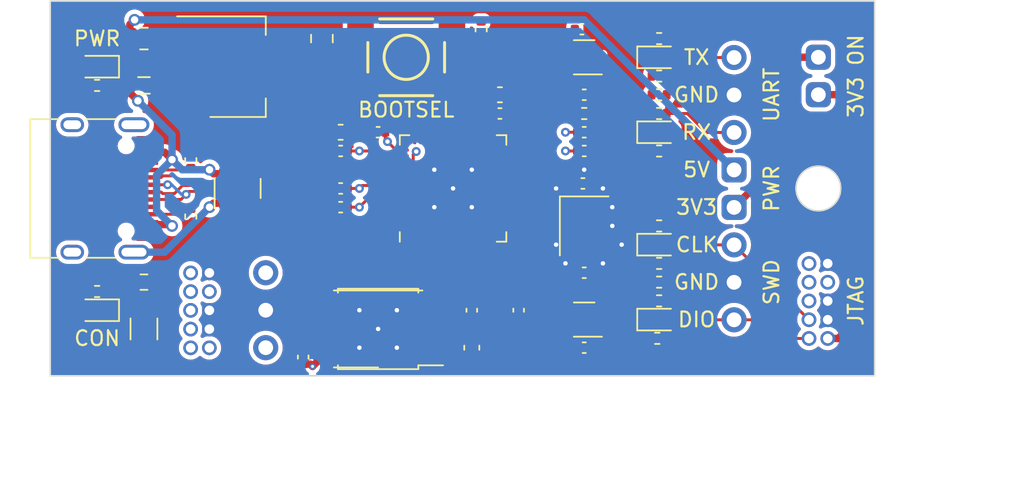
<source format=kicad_pcb>
(kicad_pcb (version 20221018) (generator pcbnew)
  (title_block (title "RP2040-DebugProbe-0010") (date "2023-12-05") (rev "1.0") (company "(c) 2023 Andriy Golovnya") (comment 1 "RP2040 based Debug Probe") (comment 2 "Designed in Germany"))
  (layers (0 "F.Cu" signal) (31 "B.Cu" signal) (34 "B.Paste" user) (35 "F.Paste" user) (36 "B.SilkS" user "B.Silkscreen") (37 "F.SilkS" user "F.Silkscreen") (38 "B.Mask" user) (39 "F.Mask" user) (44 "Edge.Cuts" user))
  (net 0 "")
  (net 1 "+3V3")
  (net 2 "GND")
  (net 3 "+1V1")
  (net 4 "MCU_RESET")
  (net 5 "VUSB")
  (net 6 "XIN")
  (net 7 "XOUT")
  (net 8 "SHIELD")
  (net 9 "Net-(D1-A)")
  (net 10 "Net-(D2-A)")
  (net 11 "USB_DP")
  (net 12 "USB_DN")
  (net 13 "VBUS")
  (net 14 "Net-(D4-A)")
  (net 15 "Net-(D5-A)")
  (net 16 "Net-(D6-A)")
  (net 17 "Net-(D7-A)")
  (net 18 "MCU_DIO")
  (net 19 "MCU_CLK")
  (net 23 "MCU_TX")
  (net 24 "MCU_RX")
  (net 25 "TARGET_TX")
  (net 26 "TARGET_RX")
  (net 27 "TARGET_CLK")
  (net 28 "TARGET_DIO")
  (net 29 "TARGET_3V3")
  (net 34 "Net-(J10-CC1)")
  (net 36 "Net-(J10-CC2)")
  (net 38 "LED_RX")
  (net 39 "LED_TX")
  (net 40 "LED_ACT")
  (net 41 "LED_CON")
  (net 42 "LED_RUN")
  (net 43 "Net-(R7-Pad1)")
  (net 44 "Net-(U3-A)")
  (net 45 "Net-(U6-A)")
  (net 46 "UART_RX")
  (net 47 "UART_TX")
  (net 48 "DBG_DIO")
  (net 49 "DBG_CLK")
  (net 50 "QSPI_SS")
  (net 51 "QSPI_SD1")
  (net 52 "QSPI_SD2")
  (net 53 "QSPI_SD0")
  (net 54 "QSPI_SCLK")
  (net 55 "QSPI_SD3")
  (net 57 "UART_RX_BUF")
  (net 61 "DBG_DIO_BUF")
  (footprint "Resistor_SMD:R_0402_1005Metric" (layer "F.Cu") (at 168.275 115.57 180)
    (fp_text reference "R13" hide)
    (fp_text value "100R")
  )
  (footprint "LED_SMD:LED_0603_1608Metric" (layer "F.Cu") (at 168.275 116.84)
    (fp_text reference "D7" hide)
    (fp_text value "YELLOW")
  )
  (footprint "Capacitor_SMD:C_0402_1005Metric" (layer "F.Cu") (at 157.48 102.87)
    (fp_text reference "C4" hide)
    (fp_text value "100nF")
  )
  (footprint "Capacitor_SMD:C_0603_1608Metric" (layer "F.Cu") (at 146.685 104.14 180)
    (fp_text reference "C5" hide)
    (fp_text value "2.2uF")
  )
  (footprint "Capacitor_SMD:C_0402_1005Metric" (layer "F.Cu") (at 163.195 105.41)
    (fp_text reference "C11" hide)
    (fp_text value "100nF")
  )
  (footprint "Inductor_SMD:L_0805_2012Metric" (layer "F.Cu") (at 133.35 100.965)
    (fp_text reference "FB2" hide)
    (fp_text value "100@100MHz")
  )
  (footprint "Package_TO_SOT_SMD:SOT-353_SC-70-5" (layer "F.Cu") (at 163.195 99.06 180)
    (fp_text reference "U3" hide)
    (fp_text value "74AUP1T17")
  )
  (footprint "Capacitor_SMD:C_0402_1005Metric" (layer "F.Cu") (at 146.685 109.22 180)
    (fp_text reference "C9" hide)
    (fp_text value "100nF")
  )
  (footprint "Capacitor_SMD:C_0402_1005Metric" (layer "F.Cu") (at 155.575 116.205 -90)
    (fp_text reference "C3" hide)
    (fp_text value "100nF")
  )
  (footprint "Resistor_SMD:R_0402_1005Metric" (layer "F.Cu") (at 168.275 100.33 180)
    (fp_text reference "R15" hide)
    (fp_text value "100R")
  )
  (footprint "Package_TO_SOT_SMD:SOT-353_SC-70-5" (layer "F.Cu") (at 163.195 116.84 180)
    (fp_text reference "U6" hide)
    (fp_text value "74AUP1T17")
  )
  (footprint "LED_SMD:LED_0603_1608Metric" (layer "F.Cu") (at 130.175 99.695 180)
    (fp_text reference "D2" hide)
    (fp_text value "RED")
  )
  (footprint "Capacitor_SMD:C_0402_1005Metric" (layer "F.Cu") (at 163.04 97.155)
    (fp_text reference "C17" hide)
    (fp_text value "100nF")
  )
  (footprint "Resistor_SMD:R_0402_1005Metric" (layer "F.Cu") (at 136.525 109.855 -90)
    (fp_text reference "R11" hide)
    (fp_text value "5k1")
  )
  (footprint "Capacitor_SMD:C_0402_1005Metric" (layer "F.Cu") (at 146.685 105.41 180)
    (fp_text reference "C7" hide)
    (fp_text value "100nF")
  )
  (footprint "Resistor_SMD:R_0402_1005Metric" (layer "F.Cu") (at 168.275 114.3 180)
    (fp_text reference "R16" hide)
    (fp_text value "100R")
  )
  (footprint "Connector_PinHeader_1.27mm:PinHeader_2x05_P1.27mm_Vertical" (layer "F.Cu") (at 137.785 118.755 180)
    (fp_text reference "J1" hide)
    (fp_text value "CONN_MCU_JTAG")
  )
  (footprint "Capacitor_SMD:C_0603_1608Metric" (layer "F.Cu") (at 157.48 101.6)
    (fp_text reference "C1" hide)
    (fp_text value "2.2uF")
  )
  (footprint "Capacitor_SMD:C_0402_1005Metric" (layer "F.Cu") (at 163.107 107.612)
    (fp_text reference "C20" hide)
    (fp_text value "12pF")
  )
  (footprint "Package_DFN_QFN:QFN-56-1EP_7x7mm_P0.4mm_EP3.2x3.2mm" (layer "F.Cu") (at 154.305 107.95 90)
    (fp_text reference "U2" hide)
    (fp_text value "RP2040")
  )
  (footprint "Resistor_SMD:R_0402_1005Metric" (layer "F.Cu") (at 130.175 114.935 180)
    (fp_text reference "R3" hide)
    (fp_text value "1k")
  )
  (footprint "Capacitor_SMD:C_0402_1005Metric" (layer "F.Cu") (at 163.195 101.6)
    (fp_text reference "C12" hide)
    (fp_text value "100nF")
  )
  (footprint "Resistor_SMD:R_0402_1005Metric" (layer "F.Cu") (at 156.21 97.155 -90)
    (fp_text reference "R7" hide)
    (fp_text value "1k")
  )
  (footprint "Capacitor_SMD:C_0402_1005Metric" (layer "F.Cu") (at 163.195 113.665 180)
    (fp_text reference "C19" hide)
    (fp_text value "12pF")
  )
  (footprint "Connector_PinHeader_2.54mm:PinHeader_1x02_P2.54mm_Vertical" (layer "F.Cu") (at 179.07 99.055)
    (fp_text reference "J4" hide)
    (fp_text value "CONN_3V3_JUMPER")
  )
  (footprint "Capacitor_SMD:C_1206_3216Metric" (layer "F.Cu") (at 133.35 117.475 -90)
    (fp_text reference "C21" hide)
    (fp_text value "4.7nF 1kV")
  )
  (footprint "Capacitor_SMD:C_0402_1005Metric" (layer "F.Cu") (at 163.195 118.745)
    (fp_text reference "C13" hide)
    (fp_text value "100nF")
  )
  (footprint "Capacitor_SMD:C_0805_2012Metric" (layer "F.Cu") (at 145.415 97.79 90)
    (fp_text reference "C14" hide)
    (fp_text value "10uF")
  )
  (footprint "Resistor_SMD:R_0402_1005Metric" (layer "F.Cu") (at 168.15 118.11)
    (fp_text reference "R5" hide)
    (fp_text value "1k")
  )
  (footprint "Resistor_SMD:R_0402_1005Metric" (layer "F.Cu") (at 168.275 113.03 180)
    (fp_text reference "R17" hide)
    (fp_text value "100R")
  )
  (footprint "Connector_PinHeader_1.27mm:PinHeader_2x05_P1.27mm_Vertical" (layer "F.Cu") (at 179.705 118.12 180)
    (fp_text reference "J7" hide)
    (fp_text value "CONN_DBG_JTAG")
  )
  (footprint "Capacitor_SMD:C_0402_1005Metric" (layer "F.Cu") (at 163.195 104.14)
    (fp_text reference "C18" hide)
    (fp_text value "100nF")
  )
  (footprint "Resistor_SMD:R_0402_1005Metric" (layer "F.Cu") (at 168.275 105.41)
    (fp_text reference "R1" hide)
    (fp_text value "1k")
  )
  (footprint "Package_TO_SOT_SMD:SOT-143" (layer "F.Cu") (at 139.7 107.95 90)
    (fp_text reference "D3" hide)
    (fp_text value "PRTR5V0U2X")
  )
  (footprint "Capacitor_SMD:C_0603_1608Metric" (layer "F.Cu") (at 155.575 118.745 90)
    (fp_text reference "C16" hide)
    (fp_text value "2.2uF")
  )
  (footprint "Resistor_SMD:R_0402_1005Metric" (layer "F.Cu") (at 130.175 100.965 180)
    (fp_text reference "R6" hide)
    (fp_text value "1k")
  )
  (footprint "PCM_4ms_Switch:Button_Tact_Sqkg" (layer "F.Cu") (at 151.13 99.06 180)
    (fp_text reference "SW1" hide)
    (fp_text value "BOOTSEL")
  )
  (footprint "Resistor_SMD:R_0402_1005Metric" (layer "F.Cu") (at 168.275 110.49)
    (fp_text reference "R4" hide)
    (fp_text value "1k")
  )
  (footprint "LED_SMD:LED_0603_1608Metric" (layer "F.Cu") (at 168.275 104.14)
    (fp_text reference "D1" hide)
    (fp_text value "GREEN")
  )
  (footprint "LED_SMD:LED_0603_1608Metric" (layer "F.Cu") (at 168.275 99.06)
    (fp_text reference "D4" hide)
    (fp_text value "YELLOW")
  )
  (footprint "Connector_USB:USB_C_Receptacle_HRO_TYPE-C-31-M-12" (layer "F.Cu") (at 129.54 107.95 -90)
    (fp_text reference "J10" hide)
    (fp_text value "CONN_USB")
  )
  (footprint "LED_SMD:LED_0603_1608Metric" (layer "F.Cu") (at 130.175 116.205 180)
    (fp_text reference "D5" hide)
    (fp_text value "RED")
  )
  (footprint "Crystal:Crystal_SMD_3225-4Pin_3.2x2.5mm" (layer "F.Cu") (at 163.195 110.49 -90)
    (fp_text reference "Y1" hide)
    (fp_text value "12MHz")
  )
  (footprint "Package_SO:SOIC-8_5.23x5.23mm_P1.27mm" (layer "F.Cu") (at 149.225 117.475 180)
    (fp_text reference "U1" hide)
    (fp_text value "W25Q128JVS")
  )
  (footprint "Package_TO_SOT_SMD:SOT-223-3_TabPin2" (layer "F.Cu") (at 139.7 99.695)
    (fp_text reference "U5" hide)
    (fp_text value "AMS1117-3.3")
  )
  (footprint "Connector_PinHeader_2.54mm:PinHeader_1x08_P2.54mm_Vertical" (layer "F.Cu") (at 173.355 99.075)
    (fp_text reference "J3" hide)
    (fp_text value "CONN_DBG_COMB")
  )
  (footprint "Capacitor_SMD:C_0402_1005Metric" (layer "F.Cu") (at 144.145 119.38 90)
    (fp_text reference "C2" hide)
    (fp_text value "100nF")
  )
  (footprint "Connector_PinHeader_2.54mm:PinHeader_1x03_P2.54mm_Vertical" (layer "F.Cu") (at 141.605 113.665)
    (fp_text reference "J2" hide)
    (fp_text value "CONN_MCU_UART")
  )
  (footprint "Capacitor_SMD:C_0402_1005Metric" (layer "F.Cu") (at 149.225 104.14 180)
    (fp_text reference "C6" hide)
    (fp_text value "100nF")
  )
  (footprint "Resistor_SMD:R_0402_1005Metric" (layer "F.Cu") (at 168.275 97.79)
    (fp_text reference "R2" hide)
    (fp_text value "1k")
  )
  (footprint "Package_SON:WSON-8-1EP_6x5mm_P1.27mm_EP3.4x4.3mm" (layer "F.Cu") (at 149.225 117.475 180)
    (fp_text reference "U4" hide)
    (fp_text value "W25Q128JVEIQ")
  )
  (footprint "Resistor_SMD:R_0402_1005Metric" (layer "F.Cu") (at 168.275 101.6 180)
    (fp_text reference "R9" hide)
    (fp_text value "100R")
  )
  (footprint "Capacitor_SMD:C_0402_1005Metric" (layer "F.Cu") (at 158.75 116.205 -90)
    (fp_text reference "C10" hide)
    (fp_text value "100nF")
  )
  (footprint "Resistor_SMD:R_0402_1005Metric" (layer "F.Cu") (at 163.195 102.87)
    (fp_text reference "R8" hide)
    (fp_text value "10k")
  )
  (footprint "Capacitor_SMD:C_0805_2012Metric" (layer "F.Cu") (at 133.35 97.79)
    (fp_text reference "C15" hide)
    (fp_text value "10uF")
  )
  (footprint "Capacitor_SMD:C_0402_1005Metric" (layer "F.Cu") (at 146.685 107.95 180)
    (fp_text reference "C8" hide)
    (fp_text value "100nF")
  )
  (footprint "LED_SMD:LED_0603_1608Metric" (layer "F.Cu") (at 168.275 111.76)
    (fp_text reference "D6" hide)
    (fp_text value "GREEN")
  )
  (footprint "Resistor_SMD:R_0402_1005Metric" (layer "F.Cu") (at 168.275 102.87 180)
    (fp_text reference "R14" hide)
    (fp_text value "100R")
  )
  (footprint "Resistor_SMD:R_0402_1005Metric" (layer "F.Cu") (at 136.525 106.045 90)
    (fp_text reference "R10" hide)
    (fp_text value "5k1")
  )
  (footprint "Resistor_SMD:R_0603_1608Metric" (layer "F.Cu") (at 133.35 114.3)
    (fp_text reference "R12" hide)
    (fp_text value "1M")
  )
  (gr_circle (center 179.07 107.95) (end 180.59 107.95) (stroke (width 0.1)) (fill none) (layer "Edge.Cuts"))
  (gr_line (start 182.88 95.25) (end 127 95.25) (stroke (width 0.1)) (layer "Edge.Cuts"))
  (gr_line (start 182.88 120.65) (end 182.88 95.25) (stroke (width 0.1)) (layer "Edge.Cuts"))
  (gr_line (start 127 120.65) (end 182.88 120.65) (stroke (width 0.1)) (layer "Edge.Cuts"))
  (gr_line (start 127 95.25) (end 127 120.65) (stroke (width 0.1)) (layer "Edge.Cuts"))
  (gr_text "3V3 ON" (at 181.61 100.33 90) (layer "F.SilkS") (effects (font (size 1 1))))
  (gr_text "TX" (at 170.815 99.06) (layer "F.SilkS") (effects (font (size 1 1))))
  (gr_text "5V" (at 170.815 106.68) (layer "F.SilkS") (effects (font (size 1 1))))
  (gr_text "RX" (at 170.815 104.14) (layer "F.SilkS") (effects (font (size 1 1))))
  (gr_text "UART" (at 175.895 101.6 90) (layer "F.SilkS") (effects (font (size 1 1))))
  (gr_text "3V3" (at 170.815 109.22) (layer "F.SilkS") (effects (font (size 1 1))))
  (gr_text "PWR" (at 175.895 107.95 90) (layer "F.SilkS") (effects (font (size 1 1))))
  (gr_text "PWR" (at 130.175 97.79) (layer "F.SilkS") (effects (font (size 1 1))))
  (gr_text "JTAG" (at 181.61 115.57 90) (layer "F.SilkS") (effects (font (size 1 1))))
  (gr_text "CLK" (at 170.815 111.76) (layer "F.SilkS") (effects (font (size 1 1))))
  (gr_text "CON" (at 130.175 118.11) (layer "F.SilkS") (effects (font (size 1 1))))
  (gr_text "SWD" (at 175.895 114.3 90) (layer "F.SilkS") (effects (font (size 1 1))))
  (gr_text "GND" (at 170.815 114.3) (layer "F.SilkS") (effects (font (size 1 1))))
  (gr_text "GND" (at 170.815 101.6) (layer "F.SilkS") (effects (font (size 1 1))))
  (gr_text "DIO" (at 170.815 116.84) (layer "F.SilkS") (effects (font (size 1 1))))
  (segment (start 151.705 104.5125) (end 150.8675 105.35) (width 0.2) (layer "F.Cu") (net 1))
  (segment (start 136.55 99.695) (end 142.85 99.695) (width 0.5) (layer "F.Cu") (net 1))
  (segment (start 146.375 120.13) (end 145.625 119.38) (width 0.5) (layer "F.Cu") (net 1))
  (segment (start 149.705 104.14) (end 149.705 104.62) (width 0.2) (layer "F.Cu") (net 1))
  (segment (start 144.625 119.86) (end 144.78 120.015) (width 0.5) (layer "F.Cu") (net 1))
  (segment (start 150.8675 105.75) (end 150.8675 105.35) (width 0.2) (layer "F.Cu") (net 1))
  (segment (start 175.26 107.33) (end 175.26 101.6) (width 0.5) (layer "F.Cu") (net 1))
  (segment (start 145.415 98.74) (end 143.805 98.74) (width 0.5) (layer "F.Cu") (net 1))
  (segment (start 162.715 105.41) (end 161.925 105.41) (width 0.2) (layer "F.Cu") (net 1))
  (segment (start 150.8675 105.35) (end 150.435 105.35) (width 0.2) (layer "F.Cu") (net 1))
  (segment (start 145.415 119.38) (end 144.78 120.015) (width 0.5) (layer "F.Cu") (net 1))
  (segment (start 155.575 119.52) (end 154.965 120.13) (width 0.5) (layer "F.Cu") (net 1))
  (segment (start 177.805 99.055) (end 179.07 99.055) (width 0.5) (layer "F.Cu") (net 1))
  (segment (start 175.26 101.6) (end 177.805 99.055) (width 0.5) (layer "F.Cu") (net 1))
  (segment (start 150.8675 107.75) (end 148.155 107.75) (width 0.2) (layer "F.Cu") (net 1))
  (segment (start 150.435 105.35) (end 149.86 104.775) (width 0.2) (layer "F.Cu") (net 1))
  (segment (start 173.355 109.235) (end 175.26 107.33) (width 0.5) (layer "F.Cu") (net 1))
  (segment (start 148.155 107.75) (end 147.955 107.95) (width 0.2) (layer "F.Cu") (net 1))
  (segment (start 147.165 107.95) (end 147.955 107.95) (width 0.2) (layer "F.Cu") (net 1))
  (segment (start 143.805 98.74) (end 142.85 99.695) (width 0.5) (layer "F.Cu") (net 1))
  (segment (start 145.625 119.38) (end 145.415 119.38) (width 0.5) (layer "F.Cu") (net 1))
  (segment (start 143.385 100.23) (end 142.85 99.695) (width 0.5) (layer "F.Cu") (net 1))
  (segment (start 144.145 119.86) (end 144.625 119.86) (width 0.5) (layer "F.Cu") (net 1))
  (segment (start 149.705 104.62) (end 149.86 104.775) (width 0.2) (layer "F.Cu") (net 1))
  (segment (start 150.8675 107.75) (end 150.8675 107.35) (width 0.2) (layer "F.Cu") (net 1))
  (segment (start 154.965 120.13) (end 146.375 120.13) (width 0.5) (layer "F.Cu") (net 1))
  (via (at 147.955 107.95) (size 0.6) (drill 0.3) (layers "F.Cu" "B.Cu") (net 1))
  (via (at 144.78 120.015) (size 0.4) (drill 0.2) (layers "F.Cu" "B.Cu") (net 1))
  (via (at 161.925 105.41) (size 0.6) (drill 0.3) (layers "F.Cu" "B.Cu") (net 1))
  (via (at 149.86 104.775) (size 0.6) (drill 0.3) (layers "F.Cu" "B.Cu") (net 1))
  (segment (start 157.7425 108.95) (end 155.845 108.95) (width 0.2) (layer "F.Cu") (net 2))
  (segment (start 155.845 108.95) (end 155.575 109.22) (width 0.2) (layer "F.Cu") (net 2))
  (via (at 164.465 113.03) (size 0.6) (drill 0.3) (layers "F.Cu" "B.Cu") (net 2))
  (via (at 149.225 117.475) (size 0.6) (drill 0.3) (layers "F.Cu" "B.Cu") (net 2))
  (via (at 165.1 109.22) (size 0.6) (drill 0.3) (layers "F.Cu" "B.Cu") (net 2))
  (via (at 161.925 113.03) (size 0.6) (drill 0.3) (layers "F.Cu" "B.Cu") (net 2))
  (via (at 147.955 118.745) (size 0.6) (drill 0.3) (layers "F.Cu" "B.Cu") (net 2))
  (via (at 155.575 109.22) (size 0.6) (drill 0.3) (layers "F.Cu" "B.Cu") (net 2))
  (via (at 153.035 109.22) (size 0.6) (drill 0.3) (layers "F.Cu" "B.Cu") (net 2))
  (via (at 154.305 107.95) (size 0.6) (drill 0.3) (layers "F.Cu" "B.Cu") (net 2))
  (via (at 165.1 110.49) (size 0.6) (drill 0.3) (layers "F.Cu" "B.Cu") (net 2))
  (via (at 150.495 118.745) (size 0.6) (drill 0.3) (layers "F.Cu" "B.Cu") (net 2))
  (via (at 165.735 111.76) (size 0.6) (drill 0.3) (layers "F.Cu" "B.Cu") (net 2))
  (via (at 155.575 106.68) (size 0.6) (drill 0.3) (layers "F.Cu" "B.Cu") (net 2))
  (via (at 164.465 107.95) (size 0.6) (drill 0.3) (layers "F.Cu" "B.Cu") (net 2))
  (via (at 161.29 107.95) (size 0.6) (drill 0.3) (layers "F.Cu" "B.Cu") (net 2))
  (via (at 153.035 106.68) (size 0.6) (drill 0.3) (layers "F.Cu" "B.Cu") (net 2))
  (via (at 147.955 116.205) (size 0.6) (drill 0.3) (layers "F.Cu" "B.Cu") (net 2))
  (via (at 163.195 106.68) (size 0.6) (drill 0.3) (layers "F.Cu" "B.Cu") (net 2))
  (via (at 161.29 111.76) (size 0.6) (drill 0.3) (layers "F.Cu" "B.Cu") (net 2))
  (via (at 150.495 116.205) (size 0.6) (drill 0.3) (layers "F.Cu" "B.Cu") (net 2))
  (segment (start 150.8675 106.15) (end 149.965 106.15) (width 0.2) (layer "F.Cu") (net 3))
  (segment (start 149.025 108.15) (end 147.955 109.22) (width 0.2) (layer "F.Cu") (net 3))
  (segment (start 147.46 105.115) (end 147.165 105.41) (width 0.2) (layer "F.Cu") (net 3))
  (segment (start 150.8675 108.15) (end 149.025 108.15) (width 0.2) (layer "F.Cu") (net 3))
  (segment (start 162.715 104.14) (end 161.925 104.14) (width 0.2) (layer "F.Cu") (net 3))
  (segment (start 147.165 109.22) (end 147.955 109.22) (width 0.2) (layer "F.Cu") (net 3))
  (segment (start 149.225 105.41) (end 147.955 105.41) (width 0.2) (layer "F.Cu") (net 3))
  (segment (start 147.46 104.14) (end 147.46 105.115) (width 0.2) (layer "F.Cu") (net 3))
  (segment (start 147.165 105.41) (end 147.955 105.41) (width 0.2) (layer "F.Cu") (net 3))
  (segment (start 149.965 106.15) (end 149.225 105.41) (width 0.2) (layer "F.Cu") (net 3))
  (via (at 161.925 104.14) (size 0.6) (drill 0.3) (layers "F.Cu" "B.Cu") (net 3))
  (via (at 147.955 109.22) (size 0.6) (drill 0.3) (layers "F.Cu" "B.Cu") (net 3))
  (via (at 147.955 105.41) (size 0.6) (drill 0.3) (layers "F.Cu" "B.Cu") (net 3))
  (segment (start 135.4425 101.995) (end 134.4125 100.965) (width 0.5) (layer "F.Cu") (net 5))
  (segment (start 132.4 97.79) (end 132.4 96.835) (width 0.5) (layer "F.Cu") (net 5))
  (segment (start 132.4 97.79) (end 132.4 98.9525) (width 0.5) (layer "F.Cu") (net 5))
  (segment (start 132.4 98.9525) (end 134.4125 100.965) (width 0.5) (layer "F.Cu") (net 5))
  (segment (start 132.4 96.835) (end 132.715 96.52) (width 0.5) (layer "F.Cu") (net 5))
  (segment (start 136.55 101.995) (end 135.4425 101.995) (width 0.5) (layer "F.Cu") (net 5))
  (via (at 132.715 96.52) (size 0.8) (drill 0.5) (layers "F.Cu" "B.Cu") (net 5))
  (segment (start 132.715 96.52) (end 163.195 96.52) (width 0.5) (layer "B.Cu") (net 5))
  (segment (start 163.18 96.52) (end 173.355 106.695) (width 0.5) (layer "B.Cu") (net 5))
  (segment (start 138.065 108.95) (end 137.795 109.22) (width 0.5) (layer "F.Cu") (net 8))
  (segment (start 138.95 108.95) (end 138.065 108.95) (width 0.5) (layer "F.Cu") (net 8))
  (via (at 137.795 109.22) (size 0.8) (drill 0.5) (layers "F.Cu" "B.Cu") (net 8))
  (segment (start 134.745 112.27) (end 137.795 109.22) (width 0.5) (layer "B.Cu") (net 8))
  (segment (start 132.67 112.27) (end 134.745 112.27) (width 0.5) (layer "B.Cu") (net 8))
  (segment (start 169.0625 104.14) (end 169.0625 105.1325) (width 0.2) (layer "F.Cu") (net 9))
  (segment (start 169.0625 105.1325) (end 168.785 105.41) (width 0.2) (layer "F.Cu") (net 9))
  (segment (start 141.453636 108.15) (end 144.862844 108.15) (width 0.2) (layer "F.Cu") (net 11))
  (segment (start 134.953562 107.7) (end 133.585 107.7) (width 0.2) (layer "F.Cu") (net 11))
  (segment (start 140.65 108.95) (end 139.85 108.15) (width 0.2) (layer "F.Cu") (net 11))
  (segment (start 133.588025 108.696975) (end 133.585 108.7) (width 0.2) (layer "F.Cu") (net 11))
  (segment (start 139.85 108.15) (end 136.410822 108.15) (width 0.2) (layer "F.Cu") (net 11))
  (segment (start 144.862844 108.15) (end 146.062844 106.95) (width 0.2) (layer "F.Cu") (net 11))
  (segment (start 140.65 108.95) (end 140.653636 108.95) (width 0.2) (layer "F.Cu") (net 11))
  (segment (start 146.062844 106.95) (end 150.8675 106.95) (width 0.2) (layer "F.Cu") (net 11))
  (segment (start 140.653636 108.95) (end 141.453636 108.15) (width 0.2) (layer "F.Cu") (net 11))
  (segment (start 135.863847 108.696975) (end 133.588025 108.696975) (width 0.2) (layer "F.Cu") (net 11))
  (segment (start 134.956087 107.697475) (end 134.953562 107.7) (width 0.2) (layer "F.Cu") (net 11))
  (segment (start 136.410822 108.15) (end 135.863847 108.696975) (width 0.2) (layer "F.Cu") (net 11))
  (via (at 136.209411 108.351411) (size 0.6) (drill 0.3) (layers "F.Cu" "B.Cu") (net 11))
  (via (at 134.956087 107.697475) (size 0.6) (drill 0.3) (layers "F.Cu" "B.Cu") (net 11))
  (segment (start 135.892391 108.351411) (end 136.209411 108.351411) (width 0.2) (layer "B.Cu") (net 11))
  (segment (start 134.956087 107.697475) (end 135.238455 107.697475) (width 0.2) (layer "B.Cu") (net 11))
  (segment (start 135.238455 107.697475) (end 135.892391 108.351411) (width 0.2) (layer "B.Cu") (net 11))
  (segment (start 134.623491 107.097475) (end 134.520966 107.2) (width 0.2) (layer "F.Cu") (net 12))
  (segment (start 141.431584 107.75) (end 144.697156 107.75) (width 0.2) (layer "F.Cu") (net 12))
  (segment (start 140.649282 106.95) (end 140.65 106.95) (width 0.2) (layer "F.Cu") (net 12))
  (segment (start 136.017117 107.75) (end 135.364592 107.097475) (width 0.2) (layer "F.Cu") (net 12))
  (segment (start 135.963 107.75) (end 139.849282 107.75) (width 0.2) (layer "F.Cu") (net 12))
  (segment (start 139.849282 107.75) (end 140.649282 106.95) (width 0.2) (layer "F.Cu") (net 12))
  (segment (start 144.697156 107.75) (end 145.897156 106.55) (width 0.2) (layer "F.Cu") (net 12))
  (segment (start 140.65 106.95) (end 140.65 106.968416) (width 0.2) (layer "F.Cu") (net 12))
  (segment (start 134.520966 107.2) (end 133.585 107.2) (width 0.2) (layer "F.Cu") (net 12))
  (segment (start 135.364592 107.097475) (end 134.623491 107.097475) (width 0.2) (layer "F.Cu") (net 12))
  (segment (start 140.65 106.968416) (end 141.431584 107.75) (width 0.2) (layer "F.Cu") (net 12))
  (segment (start 133.585 108.2) (end 134.523025 108.2) (width 0.2) (layer "F.Cu") (net 12))
  (segment (start 135.416025 108.296975) (end 135.963 107.75) (width 0.2) (layer "F.Cu") (net 12))
  (segment (start 145.897156 106.55) (end 150.8675 106.55) (width 0.2) (layer "F.Cu") (net 12))
  (segment (start 134.523025 108.2) (end 134.62 108.296975) (width 0.2) (layer "F.Cu") (net 12))
  (segment (start 134.62 108.296975) (end 135.416025 108.296975) (width 0.2) (layer "F.Cu") (net 12))
  (segment (start 135.165 110.4) (end 135.255 110.49) (width 0.5) (layer "F.Cu") (net 13))
  (segment (start 132.2875 101.353996) (end 132.2875 100.965) (width 0.5) (layer "F.Cu") (net 13))
  (segment (start 132.941752 102.008248) (end 132.2875 101.353996) (width 0.5) (layer "F.Cu") (net 13))
  (segment (start 133.585 110.4) (end 135.165 110.4) (width 0.5) (layer "F.Cu") (net 13))
  (segment (start 138.75 106.95) (end 138.065 106.95) (width 0.5) (layer "F.Cu") (net 13))
  (segment (start 135.255 105.997975) (end 134.757025 105.5) (width 0.5) (layer "F.Cu") (net 13))
  (segment (start 134.757025 105.5) (end 133.585 105.5) (width 0.5) (layer "F.Cu") (net 13))
  (segment (start 138.065 106.95) (end 137.795 106.68) (width 0.5) (layer "F.Cu") (net 13))
  (via (at 137.795 106.68) (size 0.8) (drill 0.5) (layers "F.Cu" "B.Cu") (net 13))
  (via (at 135.255 105.997975) (size 0.8) (drill 0.5) (layers "F.Cu" "B.Cu") (net 13))
  (via (at 132.941752 102.008248) (size 0.8) (drill 0.5) (layers "F.Cu" "B.Cu") (net 13))
  (via (at 135.255 110.49) (size 0.8) (drill 0.5) (layers "F.Cu" "B.Cu") (net 13))
  (segment (start 134.206087 109.441087) (end 134.206087 107.046888) (width 0.5) (layer "B.Cu") (net 13))
  (segment (start 132.941752 102.008248) (end 135.255 104.321497) (width 0.5) (layer "B.Cu") (net 13))
  (segment (start 134.206087 107.046888) (end 135.255 105.997975) (width 0.5) (layer "B.Cu") (net 13))
  (segment (start 137.795 106.68) (end 135.937025 106.68) (width 0.5) (layer "B.Cu") (net 13))
  (segment (start 135.255 110.49) (end 134.206087 109.441087) (width 0.5) (layer "B.Cu") (net 13))
  (segment (start 135.255 104.321497) (end 135.255 105.997975) (width 0.5) (layer "B.Cu") (net 13))
  (segment (start 135.937025 106.68) (end 135.255 105.997975) (width 0.5) (layer "B.Cu") (net 13))
  (segment (start 169.0625 99.06) (end 169.0625 98.0675) (width 0.2) (layer "F.Cu") (net 14))
  (segment (start 169.0625 98.0675) (end 168.785 97.79) (width 0.2) (layer "F.Cu") (net 14))
  (segment (start 169.0625 111.76) (end 169.0625 110.7675) (width 0.2) (layer "F.Cu") (net 16))
  (segment (start 169.0625 110.7675) (end 168.785 110.49) (width 0.2) (layer "F.Cu") (net 16))
  (segment (start 169.0625 117.7075) (end 168.66 118.11) (width 0.2) (layer "F.Cu") (net 17))
  (segment (start 169.0625 116.84) (end 169.0625 117.7075) (width 0.2) (layer "F.Cu") (net 17))
  (segment (start 171.435 99.075) (end 170.18 100.33) (width 0.2) (layer "F.Cu") (net 25))
  (segment (start 170.18 100.33) (end 168.785 100.33) (width 0.2) (layer "F.Cu") (net 25))
  (segment (start 173.355 99.075) (end 171.435 99.075) (width 0.2) (layer "F.Cu") (net 25))
  (segment (start 170.18 102.87) (end 168.785 102.87) (width 0.2) (layer "F.Cu") (net 26))
  (segment (start 171.465 104.155) (end 170.18 102.87) (width 0.2) (layer "F.Cu") (net 26))
  (segment (start 173.355 104.155) (end 171.465 104.155) (width 0.2) (layer "F.Cu") (net 26))
  (segment (start 168.785 101.6) (end 168.785 102.87) (width 0.2) (layer "F.Cu") (net 26))
  (segment (start 170.18 113.03) (end 168.785 113.03) (width 0.2) (layer "F.Cu") (net 27))
  (segment (start 173.355 111.775) (end 178.43 116.85) (width 0.2) (layer "F.Cu") (net 27))
  (segment (start 171.435 111.775) (end 170.18 113.03) (width 0.2) (layer "F.Cu") (net 27))
  (segment (start 178.43 116.85) (end 178.435 116.85) (width 0.2) (layer "F.Cu") (net 27))
  (segment (start 173.355 111.775) (end 171.435 111.775) (width 0.2) (layer "F.Cu") (net 27))
  (segment (start 178.435 118.12) (end 176.54 118.12) (width 0.2) (layer "F.Cu") (net 28))
  (segment (start 168.785 115.57) (end 170.18 115.57) (width 0.2) (layer "F.Cu") (net 28))
  (segment (start 171.465 116.855) (end 173.355 116.855) (width 0.2) (layer "F.Cu") (net 28))
  (segment (start 170.18 115.57) (end 171.465 116.855) (width 0.2) (layer "F.Cu") (net 28))
  (segment (start 168.785 114.3) (end 168.785 115.57) (width 0.2) (layer "F.Cu") (net 28))
  (segment (start 175.26 116.84) (end 175.245 116.855) (width 0.2) (layer "F.Cu") (net 28))
  (segment (start 176.54 118.12) (end 175.26 116.84) (width 0.2) (layer "F.Cu") (net 28))
  (segment (start 175.245 116.855) (end 173.355 116.855) (width 0.2) (layer "F.Cu") (net 28))
  (segment (start 182.245 116.287106) (end 180.412106 118.12) (width 0.5) (layer "F.Cu") (net 29))
  (segment (start 182.245 103.505) (end 182.245 116.287106) (width 0.5) (layer "F.Cu") (net 29))
  (segment (start 180.335 101.595) (end 182.245 103.505) (width 0.5) (layer "F.Cu") (net 29))
  (segment (start 180.412106 118.12) (end 179.705 118.12) (width 0.5) (layer "F.Cu") (net 29))
  (segment (start 179.07 101.595) (end 180.335 101.595) (width 0.5) (layer "F.Cu") (net 29))
  (segment (start 136.509525 106.697475) (end 136.525 106.682) (width 0.2) (layer "F.Cu") (net 34))
  (segment (start 133.585 106.7) (end 133.587525 106.697475) (width 0.2) (layer "F.Cu") (net 34))
  (segment (start 133.587525 106.697475) (end 136.509525 106.697475) (width 0.2) (layer "F.Cu") (net 34))
  (segment (start 136.17 109.7) (end 136.525 109.345) (width 0.2) (layer "F.Cu") (net 36))
  (segment (start 133.585 109.7) (end 136.17 109.7) (width 0.2) (layer "F.Cu") (net 36))
  (segment (start 148.03 97.21) (end 154.23 97.21) (width 0.2) (layer "F.Cu") (net 43))
  (segment (start 150.8675 110.55) (end 150.53 110.55) (width 0.2) (layer "F.Cu") (net 50))
  (segment (start 150.53 112.568628) (end 152.096372 114.135) (width 0.2) (layer "F.Cu") (net 50))
  (segment (start 151.605 110.34636) (end 151.605 105.65011) (width 0.2) (layer "F.Cu") (net 50))
  (segment (start 154.001372 114.135) (end 154.725 114.858629) (width 0.2) (layer "F.Cu") (net 50))
  (segment (start 153.30097 119.38) (end 152.825 119.38) (width 0.2) (layer "F.Cu") (net 50))
  (segment (start 154.725 117.95597) (end 153.30097 119.38) (width 0.2) (layer "F.Cu") (net 50))
  (segment (start 154.725 114.858629) (end 154.725 117.95597) (width 0.2) (layer "F.Cu") (net 50))
  (segment (start 152.096372 114.135) (end 154.001372 114.135) (width 0.2) (layer "F.Cu") (net 50))
  (segment (start 151.605 105.65011) (end 151.807921 105.447189) (width 0.2) (layer "F.Cu") (net 50))
  (segment (start 151.40136 110.55) (end 151.605 110.34636) (width 0.2) (layer "F.Cu") (net 50))
  (segment (start 150.8675 110.55) (end 151.40136 110.55) (width 0.2) (layer "F.Cu") (net 50))
  (segment (start 148.03 100.91) (end 154.23 100.91) (width 0.2) (layer "F.Cu") (net 50))
  (segment (start 150.53 110.55) (end 150.53 112.568628) (width 0.2) (layer "F.Cu") (net 50))
  (via (at 151.807921 105.447189) (size 0.6) (drill 0.3) (layers "F.Cu" "B.Cu") (net 50))
  (segment (start 150.13 112.734314) (end 151.930686 114.535) (width 0.2) (layer "F.Cu") (net 51))
  (segment (start 153.33 118.11) (end 152.825 118.11) (width 0.2) (layer "F.Cu") (net 51))
  (segment (start 151.930686 114.535) (end 153.835686 114.535) (width 0.2) (layer "F.Cu") (net 51))
  (segment (start 154.325 117.115) (end 153.33 118.11) (width 0.2) (layer "F.Cu") (net 51))
  (segment (start 150.8675 110.15) (end 150.33364 110.15) (width 0.2) (layer "F.Cu") (net 51))
  (segment (start 154.325 115.024314) (end 154.325 117.115) (width 0.2) (layer "F.Cu") (net 51))
  (segment (start 150.13 110.35364) (end 150.13 112.734314) (width 0.2) (layer "F.Cu") (net 51))
  (segment (start 153.835686 114.535) (end 154.325 115.024314) (width 0.2) (layer "F.Cu") (net 51))
  (segment (start 150.33364 110.15) (end 150.13 110.35364) (width 0.2) (layer "F.Cu") (net 51))
  (segment (start 151.765 114.935) (end 153.630552 114.935) (width 0.2) (layer "F.Cu") (net 52))
  (segment (start 149.73 110.187954) (end 149.73 112.9) (width 0.2) (layer "F.Cu") (net 52))
  (segment (start 150.167954 109.75) (end 149.73 110.187954) (width 0.2) (layer "F.Cu") (net 52))
  (segment (start 153.630552 114.935) (end 153.925 115.229448) (width 0.2) (layer "F.Cu") (net 52))
  (segment (start 153.925 115.229448) (end 153.925 116.234921) (width 0.2) (layer "F.Cu") (net 52))
  (segment (start 153.925 116.234921) (end 153.319921 116.84) (width 0.2) (layer "F.Cu") (net 52))
  (segment (start 149.73 112.9) (end 151.765 114.935) (width 0.2) (layer "F.Cu") (net 52))
  (segment (start 153.319921 116.84) (end 152.825 116.84) (width 0.2) (layer "F.Cu") (net 52))
  (segment (start 150.8675 109.75) (end 150.167954 109.75) (width 0.2) (layer "F.Cu") (net 52))
  (segment (start 149.33 112.765) (end 146.525 115.57) (width 0.2) (layer "F.Cu") (net 53))
  (segment (start 150.8675 109.35) (end 150.002269 109.35) (width 0.2) (layer "F.Cu") (net 53))
  (segment (start 150.002269 109.35) (end 149.33 110.022268) (width 0.2) (layer "F.Cu") (net 53))
  (segment (start 149.33 110.022268) (end 149.33 112.765) (width 0.2) (layer "F.Cu") (net 53))
  (segment (start 146.594314 114.935) (end 144.78 114.935) (width 0.2) (layer "F.Cu") (net 54))
  (segment (start 145.104146 116.84) (end 145.625 116.84) (width 0.2) (layer "F.Cu") (net 54))
  (segment (start 148.93 109.856582) (end 148.93 112.599314) (width 0.2) (layer "F.Cu") (net 54))
  (segment (start 144.78 114.935) (end 144.525 115.19) (width 0.2) (layer "F.Cu") (net 54))
  (segment (start 144.525 116.260854) (end 145.104146 116.84) (width 0.2) (layer "F.Cu") (net 54))
  (segment (start 144.525 115.19) (end 144.525 116.260854) (width 0.2) (layer "F.Cu") (net 54))
  (segment (start 148.93 112.599314) (end 146.594314 114.935) (width 0.2) (layer "F.Cu") (net 54))
  (segment (start 149.836583 108.95) (end 148.93 109.856582) (width 0.2) (layer "F.Cu") (net 54))
  (segment (start 150.8675 108.95) (end 149.836583 108.95) (width 0.2) (layer "F.Cu") (net 54))
  (segment (start 149.670898 108.55) (end 148.53 109.690896) (width 0.2) (layer "F.Cu") (net 55))
  (segment (start 145.147363 118.11) (end 145.625 118.11) (width 0.2) (layer "F.Cu") (net 55))
  (segment (start 146.428628 114.535) (end 144.545 114.535) (width 0.2) (layer "F.Cu") (net 55))
  (segment (start 144.545 114.535) (end 144.125 114.955) (width 0.2) (layer "F.Cu") (net 55))
  (segment (start 144.125 114.955) (end 144.125 117.087637) (width 0.2) (layer "F.Cu") (net 55))
  (segment (start 144.125 117.087637) (end 145.147363 118.11) (width 0.2) (layer "F.Cu") (net 55))
  (segment (start 150.8675 108.55) (end 149.670898 108.55) (width 0.2) (layer "F.Cu") (net 55))
  (segment (start 148.53 112.433628) (end 146.428628 114.535) (width 0.2) (layer "F.Cu") (net 55))
  (segment (start 148.53 109.690896) (end 148.53 112.433628) (width 0.2) (layer "F.Cu") (net 55))
  (zone (net 2) (net_name "GND") (layers "F&B.Cu") (connect_pads yes (clearance 0.3)) (min_thickness 0.25) (fill yes (thermal_gap 0.5) (thermal_bridge_width 0.5))
    (polygon (pts (xy 127 95.25) (xy 127 120.65) (xy 182.88 120.65) (xy 182.88 95.25)))
  )
)
</source>
